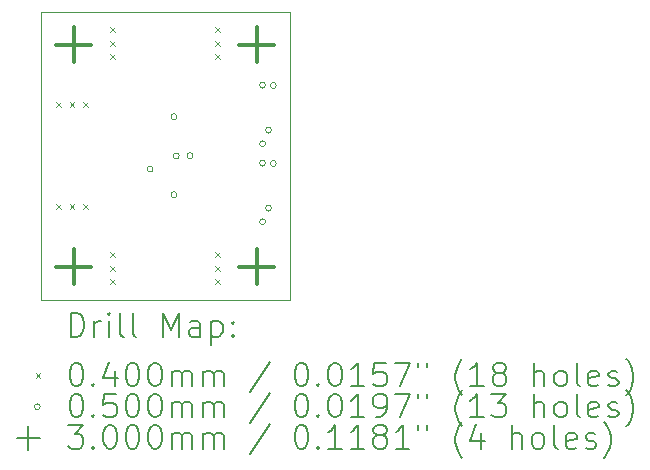
<source format=gbr>
%TF.GenerationSoftware,KiCad,Pcbnew,(6.0.9)*%
%TF.CreationDate,2022-12-03T14:05:31+01:00*%
%TF.ProjectId,rf_phase_shifter_2_45GHz,72665f70-6861-4736-955f-736869667465,1.0.0*%
%TF.SameCoordinates,Original*%
%TF.FileFunction,Drillmap*%
%TF.FilePolarity,Positive*%
%FSLAX45Y45*%
G04 Gerber Fmt 4.5, Leading zero omitted, Abs format (unit mm)*
G04 Created by KiCad (PCBNEW (6.0.9)) date 2022-12-03 14:05:31*
%MOMM*%
%LPD*%
G01*
G04 APERTURE LIST*
%ADD10C,0.050000*%
%ADD11C,0.200000*%
%ADD12C,0.040000*%
%ADD13C,0.300000*%
G04 APERTURE END LIST*
D10*
X7391400Y-6934200D02*
X9499600Y-6934200D01*
X7391400Y-4495800D02*
X7391400Y-6934200D01*
X9499600Y-4495800D02*
X7391400Y-4495800D01*
X9499600Y-6934200D02*
X9499600Y-4495800D01*
D11*
D12*
X7523800Y-5263200D02*
X7563800Y-5303200D01*
X7563800Y-5263200D02*
X7523800Y-5303200D01*
X7523800Y-6126800D02*
X7563800Y-6166800D01*
X7563800Y-6126800D02*
X7523800Y-6166800D01*
X7638100Y-5263200D02*
X7678100Y-5303200D01*
X7678100Y-5263200D02*
X7638100Y-5303200D01*
X7638100Y-6126800D02*
X7678100Y-6166800D01*
X7678100Y-6126800D02*
X7638100Y-6166800D01*
X7752400Y-5263200D02*
X7792400Y-5303200D01*
X7792400Y-5263200D02*
X7752400Y-5303200D01*
X7752400Y-6126800D02*
X7792400Y-6166800D01*
X7792400Y-6126800D02*
X7752400Y-6166800D01*
X7981000Y-4628200D02*
X8021000Y-4668200D01*
X8021000Y-4628200D02*
X7981000Y-4668200D01*
X7981000Y-4742500D02*
X8021000Y-4782500D01*
X8021000Y-4742500D02*
X7981000Y-4782500D01*
X7981000Y-4856800D02*
X8021000Y-4896800D01*
X8021000Y-4856800D02*
X7981000Y-4896800D01*
X7981000Y-6533200D02*
X8021000Y-6573200D01*
X8021000Y-6533200D02*
X7981000Y-6573200D01*
X7981000Y-6647500D02*
X8021000Y-6687500D01*
X8021000Y-6647500D02*
X7981000Y-6687500D01*
X7981000Y-6761800D02*
X8021000Y-6801800D01*
X8021000Y-6761800D02*
X7981000Y-6801800D01*
X8870000Y-4628200D02*
X8910000Y-4668200D01*
X8910000Y-4628200D02*
X8870000Y-4668200D01*
X8870000Y-4742500D02*
X8910000Y-4782500D01*
X8910000Y-4742500D02*
X8870000Y-4782500D01*
X8870000Y-4856800D02*
X8910000Y-4896800D01*
X8910000Y-4856800D02*
X8870000Y-4896800D01*
X8870000Y-6533200D02*
X8910000Y-6573200D01*
X8910000Y-6533200D02*
X8870000Y-6573200D01*
X8870000Y-6647500D02*
X8910000Y-6687500D01*
X8910000Y-6647500D02*
X8870000Y-6687500D01*
X8870000Y-6761800D02*
X8910000Y-6801800D01*
X8910000Y-6761800D02*
X8870000Y-6801800D01*
D10*
X8343500Y-5829300D02*
G75*
G03*
X8343500Y-5829300I-25000J0D01*
G01*
X8545460Y-5384800D02*
G75*
G03*
X8545460Y-5384800I-25000J0D01*
G01*
X8545460Y-6045200D02*
G75*
G03*
X8545460Y-6045200I-25000J0D01*
G01*
X8564840Y-5716714D02*
G75*
G03*
X8564840Y-5716714I-25000J0D01*
G01*
X8681320Y-5715000D02*
G75*
G03*
X8681320Y-5715000I-25000J0D01*
G01*
X9296000Y-5118100D02*
G75*
G03*
X9296000Y-5118100I-25000J0D01*
G01*
X9296000Y-5613400D02*
G75*
G03*
X9296000Y-5613400I-25000J0D01*
G01*
X9296000Y-5778500D02*
G75*
G03*
X9296000Y-5778500I-25000J0D01*
G01*
X9296000Y-6273800D02*
G75*
G03*
X9296000Y-6273800I-25000J0D01*
G01*
X9346800Y-5499100D02*
G75*
G03*
X9346800Y-5499100I-25000J0D01*
G01*
X9346800Y-6159500D02*
G75*
G03*
X9346800Y-6159500I-25000J0D01*
G01*
X9387440Y-5120640D02*
G75*
G03*
X9387440Y-5120640I-25000J0D01*
G01*
X9387440Y-5781040D02*
G75*
G03*
X9387440Y-5781040I-25000J0D01*
G01*
D13*
X7670800Y-4625200D02*
X7670800Y-4925200D01*
X7520800Y-4775200D02*
X7820800Y-4775200D01*
X7670800Y-6504800D02*
X7670800Y-6804800D01*
X7520800Y-6654800D02*
X7820800Y-6654800D01*
X9220200Y-4625200D02*
X9220200Y-4925200D01*
X9070200Y-4775200D02*
X9370200Y-4775200D01*
X9220200Y-6504800D02*
X9220200Y-6804800D01*
X9070200Y-6654800D02*
X9370200Y-6654800D01*
D11*
X7646519Y-7247176D02*
X7646519Y-7047176D01*
X7694138Y-7047176D01*
X7722709Y-7056700D01*
X7741757Y-7075748D01*
X7751281Y-7094795D01*
X7760805Y-7132890D01*
X7760805Y-7161462D01*
X7751281Y-7199557D01*
X7741757Y-7218605D01*
X7722709Y-7237652D01*
X7694138Y-7247176D01*
X7646519Y-7247176D01*
X7846519Y-7247176D02*
X7846519Y-7113843D01*
X7846519Y-7151938D02*
X7856043Y-7132890D01*
X7865567Y-7123367D01*
X7884614Y-7113843D01*
X7903662Y-7113843D01*
X7970328Y-7247176D02*
X7970328Y-7113843D01*
X7970328Y-7047176D02*
X7960805Y-7056700D01*
X7970328Y-7066224D01*
X7979852Y-7056700D01*
X7970328Y-7047176D01*
X7970328Y-7066224D01*
X8094138Y-7247176D02*
X8075090Y-7237652D01*
X8065567Y-7218605D01*
X8065567Y-7047176D01*
X8198900Y-7247176D02*
X8179852Y-7237652D01*
X8170328Y-7218605D01*
X8170328Y-7047176D01*
X8427471Y-7247176D02*
X8427471Y-7047176D01*
X8494138Y-7190033D01*
X8560805Y-7047176D01*
X8560805Y-7247176D01*
X8741757Y-7247176D02*
X8741757Y-7142414D01*
X8732233Y-7123367D01*
X8713186Y-7113843D01*
X8675090Y-7113843D01*
X8656043Y-7123367D01*
X8741757Y-7237652D02*
X8722710Y-7247176D01*
X8675090Y-7247176D01*
X8656043Y-7237652D01*
X8646519Y-7218605D01*
X8646519Y-7199557D01*
X8656043Y-7180509D01*
X8675090Y-7170986D01*
X8722710Y-7170986D01*
X8741757Y-7161462D01*
X8836995Y-7113843D02*
X8836995Y-7313843D01*
X8836995Y-7123367D02*
X8856043Y-7113843D01*
X8894138Y-7113843D01*
X8913186Y-7123367D01*
X8922710Y-7132890D01*
X8932233Y-7151938D01*
X8932233Y-7209081D01*
X8922710Y-7228128D01*
X8913186Y-7237652D01*
X8894138Y-7247176D01*
X8856043Y-7247176D01*
X8836995Y-7237652D01*
X9017948Y-7228128D02*
X9027471Y-7237652D01*
X9017948Y-7247176D01*
X9008424Y-7237652D01*
X9017948Y-7228128D01*
X9017948Y-7247176D01*
X9017948Y-7123367D02*
X9027471Y-7132890D01*
X9017948Y-7142414D01*
X9008424Y-7132890D01*
X9017948Y-7123367D01*
X9017948Y-7142414D01*
D12*
X7348900Y-7556700D02*
X7388900Y-7596700D01*
X7388900Y-7556700D02*
X7348900Y-7596700D01*
D11*
X7684614Y-7467176D02*
X7703662Y-7467176D01*
X7722709Y-7476700D01*
X7732233Y-7486224D01*
X7741757Y-7505271D01*
X7751281Y-7543367D01*
X7751281Y-7590986D01*
X7741757Y-7629081D01*
X7732233Y-7648128D01*
X7722709Y-7657652D01*
X7703662Y-7667176D01*
X7684614Y-7667176D01*
X7665567Y-7657652D01*
X7656043Y-7648128D01*
X7646519Y-7629081D01*
X7636995Y-7590986D01*
X7636995Y-7543367D01*
X7646519Y-7505271D01*
X7656043Y-7486224D01*
X7665567Y-7476700D01*
X7684614Y-7467176D01*
X7836995Y-7648128D02*
X7846519Y-7657652D01*
X7836995Y-7667176D01*
X7827471Y-7657652D01*
X7836995Y-7648128D01*
X7836995Y-7667176D01*
X8017948Y-7533843D02*
X8017948Y-7667176D01*
X7970328Y-7457652D02*
X7922709Y-7600509D01*
X8046519Y-7600509D01*
X8160805Y-7467176D02*
X8179852Y-7467176D01*
X8198900Y-7476700D01*
X8208424Y-7486224D01*
X8217948Y-7505271D01*
X8227471Y-7543367D01*
X8227471Y-7590986D01*
X8217948Y-7629081D01*
X8208424Y-7648128D01*
X8198900Y-7657652D01*
X8179852Y-7667176D01*
X8160805Y-7667176D01*
X8141757Y-7657652D01*
X8132233Y-7648128D01*
X8122709Y-7629081D01*
X8113186Y-7590986D01*
X8113186Y-7543367D01*
X8122709Y-7505271D01*
X8132233Y-7486224D01*
X8141757Y-7476700D01*
X8160805Y-7467176D01*
X8351281Y-7467176D02*
X8370328Y-7467176D01*
X8389376Y-7476700D01*
X8398900Y-7486224D01*
X8408424Y-7505271D01*
X8417948Y-7543367D01*
X8417948Y-7590986D01*
X8408424Y-7629081D01*
X8398900Y-7648128D01*
X8389376Y-7657652D01*
X8370328Y-7667176D01*
X8351281Y-7667176D01*
X8332233Y-7657652D01*
X8322709Y-7648128D01*
X8313186Y-7629081D01*
X8303662Y-7590986D01*
X8303662Y-7543367D01*
X8313186Y-7505271D01*
X8322709Y-7486224D01*
X8332233Y-7476700D01*
X8351281Y-7467176D01*
X8503662Y-7667176D02*
X8503662Y-7533843D01*
X8503662Y-7552890D02*
X8513186Y-7543367D01*
X8532233Y-7533843D01*
X8560805Y-7533843D01*
X8579852Y-7543367D01*
X8589376Y-7562414D01*
X8589376Y-7667176D01*
X8589376Y-7562414D02*
X8598900Y-7543367D01*
X8617948Y-7533843D01*
X8646519Y-7533843D01*
X8665567Y-7543367D01*
X8675090Y-7562414D01*
X8675090Y-7667176D01*
X8770329Y-7667176D02*
X8770329Y-7533843D01*
X8770329Y-7552890D02*
X8779852Y-7543367D01*
X8798900Y-7533843D01*
X8827471Y-7533843D01*
X8846519Y-7543367D01*
X8856043Y-7562414D01*
X8856043Y-7667176D01*
X8856043Y-7562414D02*
X8865567Y-7543367D01*
X8884614Y-7533843D01*
X8913186Y-7533843D01*
X8932233Y-7543367D01*
X8941757Y-7562414D01*
X8941757Y-7667176D01*
X9332233Y-7457652D02*
X9160805Y-7714795D01*
X9589376Y-7467176D02*
X9608424Y-7467176D01*
X9627471Y-7476700D01*
X9636995Y-7486224D01*
X9646519Y-7505271D01*
X9656043Y-7543367D01*
X9656043Y-7590986D01*
X9646519Y-7629081D01*
X9636995Y-7648128D01*
X9627471Y-7657652D01*
X9608424Y-7667176D01*
X9589376Y-7667176D01*
X9570329Y-7657652D01*
X9560805Y-7648128D01*
X9551281Y-7629081D01*
X9541757Y-7590986D01*
X9541757Y-7543367D01*
X9551281Y-7505271D01*
X9560805Y-7486224D01*
X9570329Y-7476700D01*
X9589376Y-7467176D01*
X9741757Y-7648128D02*
X9751281Y-7657652D01*
X9741757Y-7667176D01*
X9732233Y-7657652D01*
X9741757Y-7648128D01*
X9741757Y-7667176D01*
X9875090Y-7467176D02*
X9894138Y-7467176D01*
X9913186Y-7476700D01*
X9922710Y-7486224D01*
X9932233Y-7505271D01*
X9941757Y-7543367D01*
X9941757Y-7590986D01*
X9932233Y-7629081D01*
X9922710Y-7648128D01*
X9913186Y-7657652D01*
X9894138Y-7667176D01*
X9875090Y-7667176D01*
X9856043Y-7657652D01*
X9846519Y-7648128D01*
X9836995Y-7629081D01*
X9827471Y-7590986D01*
X9827471Y-7543367D01*
X9836995Y-7505271D01*
X9846519Y-7486224D01*
X9856043Y-7476700D01*
X9875090Y-7467176D01*
X10132233Y-7667176D02*
X10017948Y-7667176D01*
X10075090Y-7667176D02*
X10075090Y-7467176D01*
X10056043Y-7495748D01*
X10036995Y-7514795D01*
X10017948Y-7524319D01*
X10313186Y-7467176D02*
X10217948Y-7467176D01*
X10208424Y-7562414D01*
X10217948Y-7552890D01*
X10236995Y-7543367D01*
X10284614Y-7543367D01*
X10303662Y-7552890D01*
X10313186Y-7562414D01*
X10322710Y-7581462D01*
X10322710Y-7629081D01*
X10313186Y-7648128D01*
X10303662Y-7657652D01*
X10284614Y-7667176D01*
X10236995Y-7667176D01*
X10217948Y-7657652D01*
X10208424Y-7648128D01*
X10389376Y-7467176D02*
X10522710Y-7467176D01*
X10436995Y-7667176D01*
X10589376Y-7467176D02*
X10589376Y-7505271D01*
X10665567Y-7467176D02*
X10665567Y-7505271D01*
X10960805Y-7743367D02*
X10951281Y-7733843D01*
X10932233Y-7705271D01*
X10922710Y-7686224D01*
X10913186Y-7657652D01*
X10903662Y-7610033D01*
X10903662Y-7571938D01*
X10913186Y-7524319D01*
X10922710Y-7495748D01*
X10932233Y-7476700D01*
X10951281Y-7448128D01*
X10960805Y-7438605D01*
X11141757Y-7667176D02*
X11027471Y-7667176D01*
X11084614Y-7667176D02*
X11084614Y-7467176D01*
X11065567Y-7495748D01*
X11046519Y-7514795D01*
X11027471Y-7524319D01*
X11256043Y-7552890D02*
X11236995Y-7543367D01*
X11227471Y-7533843D01*
X11217948Y-7514795D01*
X11217948Y-7505271D01*
X11227471Y-7486224D01*
X11236995Y-7476700D01*
X11256043Y-7467176D01*
X11294138Y-7467176D01*
X11313186Y-7476700D01*
X11322709Y-7486224D01*
X11332233Y-7505271D01*
X11332233Y-7514795D01*
X11322709Y-7533843D01*
X11313186Y-7543367D01*
X11294138Y-7552890D01*
X11256043Y-7552890D01*
X11236995Y-7562414D01*
X11227471Y-7571938D01*
X11217948Y-7590986D01*
X11217948Y-7629081D01*
X11227471Y-7648128D01*
X11236995Y-7657652D01*
X11256043Y-7667176D01*
X11294138Y-7667176D01*
X11313186Y-7657652D01*
X11322709Y-7648128D01*
X11332233Y-7629081D01*
X11332233Y-7590986D01*
X11322709Y-7571938D01*
X11313186Y-7562414D01*
X11294138Y-7552890D01*
X11570328Y-7667176D02*
X11570328Y-7467176D01*
X11656043Y-7667176D02*
X11656043Y-7562414D01*
X11646519Y-7543367D01*
X11627471Y-7533843D01*
X11598900Y-7533843D01*
X11579852Y-7543367D01*
X11570328Y-7552890D01*
X11779852Y-7667176D02*
X11760805Y-7657652D01*
X11751281Y-7648128D01*
X11741757Y-7629081D01*
X11741757Y-7571938D01*
X11751281Y-7552890D01*
X11760805Y-7543367D01*
X11779852Y-7533843D01*
X11808424Y-7533843D01*
X11827471Y-7543367D01*
X11836995Y-7552890D01*
X11846519Y-7571938D01*
X11846519Y-7629081D01*
X11836995Y-7648128D01*
X11827471Y-7657652D01*
X11808424Y-7667176D01*
X11779852Y-7667176D01*
X11960805Y-7667176D02*
X11941757Y-7657652D01*
X11932233Y-7638605D01*
X11932233Y-7467176D01*
X12113186Y-7657652D02*
X12094138Y-7667176D01*
X12056043Y-7667176D01*
X12036995Y-7657652D01*
X12027471Y-7638605D01*
X12027471Y-7562414D01*
X12036995Y-7543367D01*
X12056043Y-7533843D01*
X12094138Y-7533843D01*
X12113186Y-7543367D01*
X12122709Y-7562414D01*
X12122709Y-7581462D01*
X12027471Y-7600509D01*
X12198900Y-7657652D02*
X12217948Y-7667176D01*
X12256043Y-7667176D01*
X12275090Y-7657652D01*
X12284614Y-7638605D01*
X12284614Y-7629081D01*
X12275090Y-7610033D01*
X12256043Y-7600509D01*
X12227471Y-7600509D01*
X12208424Y-7590986D01*
X12198900Y-7571938D01*
X12198900Y-7562414D01*
X12208424Y-7543367D01*
X12227471Y-7533843D01*
X12256043Y-7533843D01*
X12275090Y-7543367D01*
X12351281Y-7743367D02*
X12360805Y-7733843D01*
X12379852Y-7705271D01*
X12389376Y-7686224D01*
X12398900Y-7657652D01*
X12408424Y-7610033D01*
X12408424Y-7571938D01*
X12398900Y-7524319D01*
X12389376Y-7495748D01*
X12379852Y-7476700D01*
X12360805Y-7448128D01*
X12351281Y-7438605D01*
D10*
X7388900Y-7840700D02*
G75*
G03*
X7388900Y-7840700I-25000J0D01*
G01*
D11*
X7684614Y-7731176D02*
X7703662Y-7731176D01*
X7722709Y-7740700D01*
X7732233Y-7750224D01*
X7741757Y-7769271D01*
X7751281Y-7807367D01*
X7751281Y-7854986D01*
X7741757Y-7893081D01*
X7732233Y-7912128D01*
X7722709Y-7921652D01*
X7703662Y-7931176D01*
X7684614Y-7931176D01*
X7665567Y-7921652D01*
X7656043Y-7912128D01*
X7646519Y-7893081D01*
X7636995Y-7854986D01*
X7636995Y-7807367D01*
X7646519Y-7769271D01*
X7656043Y-7750224D01*
X7665567Y-7740700D01*
X7684614Y-7731176D01*
X7836995Y-7912128D02*
X7846519Y-7921652D01*
X7836995Y-7931176D01*
X7827471Y-7921652D01*
X7836995Y-7912128D01*
X7836995Y-7931176D01*
X8027471Y-7731176D02*
X7932233Y-7731176D01*
X7922709Y-7826414D01*
X7932233Y-7816890D01*
X7951281Y-7807367D01*
X7998900Y-7807367D01*
X8017948Y-7816890D01*
X8027471Y-7826414D01*
X8036995Y-7845462D01*
X8036995Y-7893081D01*
X8027471Y-7912128D01*
X8017948Y-7921652D01*
X7998900Y-7931176D01*
X7951281Y-7931176D01*
X7932233Y-7921652D01*
X7922709Y-7912128D01*
X8160805Y-7731176D02*
X8179852Y-7731176D01*
X8198900Y-7740700D01*
X8208424Y-7750224D01*
X8217948Y-7769271D01*
X8227471Y-7807367D01*
X8227471Y-7854986D01*
X8217948Y-7893081D01*
X8208424Y-7912128D01*
X8198900Y-7921652D01*
X8179852Y-7931176D01*
X8160805Y-7931176D01*
X8141757Y-7921652D01*
X8132233Y-7912128D01*
X8122709Y-7893081D01*
X8113186Y-7854986D01*
X8113186Y-7807367D01*
X8122709Y-7769271D01*
X8132233Y-7750224D01*
X8141757Y-7740700D01*
X8160805Y-7731176D01*
X8351281Y-7731176D02*
X8370328Y-7731176D01*
X8389376Y-7740700D01*
X8398900Y-7750224D01*
X8408424Y-7769271D01*
X8417948Y-7807367D01*
X8417948Y-7854986D01*
X8408424Y-7893081D01*
X8398900Y-7912128D01*
X8389376Y-7921652D01*
X8370328Y-7931176D01*
X8351281Y-7931176D01*
X8332233Y-7921652D01*
X8322709Y-7912128D01*
X8313186Y-7893081D01*
X8303662Y-7854986D01*
X8303662Y-7807367D01*
X8313186Y-7769271D01*
X8322709Y-7750224D01*
X8332233Y-7740700D01*
X8351281Y-7731176D01*
X8503662Y-7931176D02*
X8503662Y-7797843D01*
X8503662Y-7816890D02*
X8513186Y-7807367D01*
X8532233Y-7797843D01*
X8560805Y-7797843D01*
X8579852Y-7807367D01*
X8589376Y-7826414D01*
X8589376Y-7931176D01*
X8589376Y-7826414D02*
X8598900Y-7807367D01*
X8617948Y-7797843D01*
X8646519Y-7797843D01*
X8665567Y-7807367D01*
X8675090Y-7826414D01*
X8675090Y-7931176D01*
X8770329Y-7931176D02*
X8770329Y-7797843D01*
X8770329Y-7816890D02*
X8779852Y-7807367D01*
X8798900Y-7797843D01*
X8827471Y-7797843D01*
X8846519Y-7807367D01*
X8856043Y-7826414D01*
X8856043Y-7931176D01*
X8856043Y-7826414D02*
X8865567Y-7807367D01*
X8884614Y-7797843D01*
X8913186Y-7797843D01*
X8932233Y-7807367D01*
X8941757Y-7826414D01*
X8941757Y-7931176D01*
X9332233Y-7721652D02*
X9160805Y-7978795D01*
X9589376Y-7731176D02*
X9608424Y-7731176D01*
X9627471Y-7740700D01*
X9636995Y-7750224D01*
X9646519Y-7769271D01*
X9656043Y-7807367D01*
X9656043Y-7854986D01*
X9646519Y-7893081D01*
X9636995Y-7912128D01*
X9627471Y-7921652D01*
X9608424Y-7931176D01*
X9589376Y-7931176D01*
X9570329Y-7921652D01*
X9560805Y-7912128D01*
X9551281Y-7893081D01*
X9541757Y-7854986D01*
X9541757Y-7807367D01*
X9551281Y-7769271D01*
X9560805Y-7750224D01*
X9570329Y-7740700D01*
X9589376Y-7731176D01*
X9741757Y-7912128D02*
X9751281Y-7921652D01*
X9741757Y-7931176D01*
X9732233Y-7921652D01*
X9741757Y-7912128D01*
X9741757Y-7931176D01*
X9875090Y-7731176D02*
X9894138Y-7731176D01*
X9913186Y-7740700D01*
X9922710Y-7750224D01*
X9932233Y-7769271D01*
X9941757Y-7807367D01*
X9941757Y-7854986D01*
X9932233Y-7893081D01*
X9922710Y-7912128D01*
X9913186Y-7921652D01*
X9894138Y-7931176D01*
X9875090Y-7931176D01*
X9856043Y-7921652D01*
X9846519Y-7912128D01*
X9836995Y-7893081D01*
X9827471Y-7854986D01*
X9827471Y-7807367D01*
X9836995Y-7769271D01*
X9846519Y-7750224D01*
X9856043Y-7740700D01*
X9875090Y-7731176D01*
X10132233Y-7931176D02*
X10017948Y-7931176D01*
X10075090Y-7931176D02*
X10075090Y-7731176D01*
X10056043Y-7759748D01*
X10036995Y-7778795D01*
X10017948Y-7788319D01*
X10227471Y-7931176D02*
X10265567Y-7931176D01*
X10284614Y-7921652D01*
X10294138Y-7912128D01*
X10313186Y-7883557D01*
X10322710Y-7845462D01*
X10322710Y-7769271D01*
X10313186Y-7750224D01*
X10303662Y-7740700D01*
X10284614Y-7731176D01*
X10246519Y-7731176D01*
X10227471Y-7740700D01*
X10217948Y-7750224D01*
X10208424Y-7769271D01*
X10208424Y-7816890D01*
X10217948Y-7835938D01*
X10227471Y-7845462D01*
X10246519Y-7854986D01*
X10284614Y-7854986D01*
X10303662Y-7845462D01*
X10313186Y-7835938D01*
X10322710Y-7816890D01*
X10389376Y-7731176D02*
X10522710Y-7731176D01*
X10436995Y-7931176D01*
X10589376Y-7731176D02*
X10589376Y-7769271D01*
X10665567Y-7731176D02*
X10665567Y-7769271D01*
X10960805Y-8007367D02*
X10951281Y-7997843D01*
X10932233Y-7969271D01*
X10922710Y-7950224D01*
X10913186Y-7921652D01*
X10903662Y-7874033D01*
X10903662Y-7835938D01*
X10913186Y-7788319D01*
X10922710Y-7759748D01*
X10932233Y-7740700D01*
X10951281Y-7712128D01*
X10960805Y-7702605D01*
X11141757Y-7931176D02*
X11027471Y-7931176D01*
X11084614Y-7931176D02*
X11084614Y-7731176D01*
X11065567Y-7759748D01*
X11046519Y-7778795D01*
X11027471Y-7788319D01*
X11208424Y-7731176D02*
X11332233Y-7731176D01*
X11265567Y-7807367D01*
X11294138Y-7807367D01*
X11313186Y-7816890D01*
X11322709Y-7826414D01*
X11332233Y-7845462D01*
X11332233Y-7893081D01*
X11322709Y-7912128D01*
X11313186Y-7921652D01*
X11294138Y-7931176D01*
X11236995Y-7931176D01*
X11217948Y-7921652D01*
X11208424Y-7912128D01*
X11570328Y-7931176D02*
X11570328Y-7731176D01*
X11656043Y-7931176D02*
X11656043Y-7826414D01*
X11646519Y-7807367D01*
X11627471Y-7797843D01*
X11598900Y-7797843D01*
X11579852Y-7807367D01*
X11570328Y-7816890D01*
X11779852Y-7931176D02*
X11760805Y-7921652D01*
X11751281Y-7912128D01*
X11741757Y-7893081D01*
X11741757Y-7835938D01*
X11751281Y-7816890D01*
X11760805Y-7807367D01*
X11779852Y-7797843D01*
X11808424Y-7797843D01*
X11827471Y-7807367D01*
X11836995Y-7816890D01*
X11846519Y-7835938D01*
X11846519Y-7893081D01*
X11836995Y-7912128D01*
X11827471Y-7921652D01*
X11808424Y-7931176D01*
X11779852Y-7931176D01*
X11960805Y-7931176D02*
X11941757Y-7921652D01*
X11932233Y-7902605D01*
X11932233Y-7731176D01*
X12113186Y-7921652D02*
X12094138Y-7931176D01*
X12056043Y-7931176D01*
X12036995Y-7921652D01*
X12027471Y-7902605D01*
X12027471Y-7826414D01*
X12036995Y-7807367D01*
X12056043Y-7797843D01*
X12094138Y-7797843D01*
X12113186Y-7807367D01*
X12122709Y-7826414D01*
X12122709Y-7845462D01*
X12027471Y-7864509D01*
X12198900Y-7921652D02*
X12217948Y-7931176D01*
X12256043Y-7931176D01*
X12275090Y-7921652D01*
X12284614Y-7902605D01*
X12284614Y-7893081D01*
X12275090Y-7874033D01*
X12256043Y-7864509D01*
X12227471Y-7864509D01*
X12208424Y-7854986D01*
X12198900Y-7835938D01*
X12198900Y-7826414D01*
X12208424Y-7807367D01*
X12227471Y-7797843D01*
X12256043Y-7797843D01*
X12275090Y-7807367D01*
X12351281Y-8007367D02*
X12360805Y-7997843D01*
X12379852Y-7969271D01*
X12389376Y-7950224D01*
X12398900Y-7921652D01*
X12408424Y-7874033D01*
X12408424Y-7835938D01*
X12398900Y-7788319D01*
X12389376Y-7759748D01*
X12379852Y-7740700D01*
X12360805Y-7712128D01*
X12351281Y-7702605D01*
X7288900Y-8004700D02*
X7288900Y-8204700D01*
X7188900Y-8104700D02*
X7388900Y-8104700D01*
X7627471Y-7995176D02*
X7751281Y-7995176D01*
X7684614Y-8071367D01*
X7713186Y-8071367D01*
X7732233Y-8080890D01*
X7741757Y-8090414D01*
X7751281Y-8109462D01*
X7751281Y-8157081D01*
X7741757Y-8176128D01*
X7732233Y-8185652D01*
X7713186Y-8195176D01*
X7656043Y-8195176D01*
X7636995Y-8185652D01*
X7627471Y-8176128D01*
X7836995Y-8176128D02*
X7846519Y-8185652D01*
X7836995Y-8195176D01*
X7827471Y-8185652D01*
X7836995Y-8176128D01*
X7836995Y-8195176D01*
X7970328Y-7995176D02*
X7989376Y-7995176D01*
X8008424Y-8004700D01*
X8017948Y-8014224D01*
X8027471Y-8033271D01*
X8036995Y-8071367D01*
X8036995Y-8118986D01*
X8027471Y-8157081D01*
X8017948Y-8176128D01*
X8008424Y-8185652D01*
X7989376Y-8195176D01*
X7970328Y-8195176D01*
X7951281Y-8185652D01*
X7941757Y-8176128D01*
X7932233Y-8157081D01*
X7922709Y-8118986D01*
X7922709Y-8071367D01*
X7932233Y-8033271D01*
X7941757Y-8014224D01*
X7951281Y-8004700D01*
X7970328Y-7995176D01*
X8160805Y-7995176D02*
X8179852Y-7995176D01*
X8198900Y-8004700D01*
X8208424Y-8014224D01*
X8217948Y-8033271D01*
X8227471Y-8071367D01*
X8227471Y-8118986D01*
X8217948Y-8157081D01*
X8208424Y-8176128D01*
X8198900Y-8185652D01*
X8179852Y-8195176D01*
X8160805Y-8195176D01*
X8141757Y-8185652D01*
X8132233Y-8176128D01*
X8122709Y-8157081D01*
X8113186Y-8118986D01*
X8113186Y-8071367D01*
X8122709Y-8033271D01*
X8132233Y-8014224D01*
X8141757Y-8004700D01*
X8160805Y-7995176D01*
X8351281Y-7995176D02*
X8370328Y-7995176D01*
X8389376Y-8004700D01*
X8398900Y-8014224D01*
X8408424Y-8033271D01*
X8417948Y-8071367D01*
X8417948Y-8118986D01*
X8408424Y-8157081D01*
X8398900Y-8176128D01*
X8389376Y-8185652D01*
X8370328Y-8195176D01*
X8351281Y-8195176D01*
X8332233Y-8185652D01*
X8322709Y-8176128D01*
X8313186Y-8157081D01*
X8303662Y-8118986D01*
X8303662Y-8071367D01*
X8313186Y-8033271D01*
X8322709Y-8014224D01*
X8332233Y-8004700D01*
X8351281Y-7995176D01*
X8503662Y-8195176D02*
X8503662Y-8061843D01*
X8503662Y-8080890D02*
X8513186Y-8071367D01*
X8532233Y-8061843D01*
X8560805Y-8061843D01*
X8579852Y-8071367D01*
X8589376Y-8090414D01*
X8589376Y-8195176D01*
X8589376Y-8090414D02*
X8598900Y-8071367D01*
X8617948Y-8061843D01*
X8646519Y-8061843D01*
X8665567Y-8071367D01*
X8675090Y-8090414D01*
X8675090Y-8195176D01*
X8770329Y-8195176D02*
X8770329Y-8061843D01*
X8770329Y-8080890D02*
X8779852Y-8071367D01*
X8798900Y-8061843D01*
X8827471Y-8061843D01*
X8846519Y-8071367D01*
X8856043Y-8090414D01*
X8856043Y-8195176D01*
X8856043Y-8090414D02*
X8865567Y-8071367D01*
X8884614Y-8061843D01*
X8913186Y-8061843D01*
X8932233Y-8071367D01*
X8941757Y-8090414D01*
X8941757Y-8195176D01*
X9332233Y-7985652D02*
X9160805Y-8242795D01*
X9589376Y-7995176D02*
X9608424Y-7995176D01*
X9627471Y-8004700D01*
X9636995Y-8014224D01*
X9646519Y-8033271D01*
X9656043Y-8071367D01*
X9656043Y-8118986D01*
X9646519Y-8157081D01*
X9636995Y-8176128D01*
X9627471Y-8185652D01*
X9608424Y-8195176D01*
X9589376Y-8195176D01*
X9570329Y-8185652D01*
X9560805Y-8176128D01*
X9551281Y-8157081D01*
X9541757Y-8118986D01*
X9541757Y-8071367D01*
X9551281Y-8033271D01*
X9560805Y-8014224D01*
X9570329Y-8004700D01*
X9589376Y-7995176D01*
X9741757Y-8176128D02*
X9751281Y-8185652D01*
X9741757Y-8195176D01*
X9732233Y-8185652D01*
X9741757Y-8176128D01*
X9741757Y-8195176D01*
X9941757Y-8195176D02*
X9827471Y-8195176D01*
X9884614Y-8195176D02*
X9884614Y-7995176D01*
X9865567Y-8023748D01*
X9846519Y-8042795D01*
X9827471Y-8052319D01*
X10132233Y-8195176D02*
X10017948Y-8195176D01*
X10075090Y-8195176D02*
X10075090Y-7995176D01*
X10056043Y-8023748D01*
X10036995Y-8042795D01*
X10017948Y-8052319D01*
X10246519Y-8080890D02*
X10227471Y-8071367D01*
X10217948Y-8061843D01*
X10208424Y-8042795D01*
X10208424Y-8033271D01*
X10217948Y-8014224D01*
X10227471Y-8004700D01*
X10246519Y-7995176D01*
X10284614Y-7995176D01*
X10303662Y-8004700D01*
X10313186Y-8014224D01*
X10322710Y-8033271D01*
X10322710Y-8042795D01*
X10313186Y-8061843D01*
X10303662Y-8071367D01*
X10284614Y-8080890D01*
X10246519Y-8080890D01*
X10227471Y-8090414D01*
X10217948Y-8099938D01*
X10208424Y-8118986D01*
X10208424Y-8157081D01*
X10217948Y-8176128D01*
X10227471Y-8185652D01*
X10246519Y-8195176D01*
X10284614Y-8195176D01*
X10303662Y-8185652D01*
X10313186Y-8176128D01*
X10322710Y-8157081D01*
X10322710Y-8118986D01*
X10313186Y-8099938D01*
X10303662Y-8090414D01*
X10284614Y-8080890D01*
X10513186Y-8195176D02*
X10398900Y-8195176D01*
X10456043Y-8195176D02*
X10456043Y-7995176D01*
X10436995Y-8023748D01*
X10417948Y-8042795D01*
X10398900Y-8052319D01*
X10589376Y-7995176D02*
X10589376Y-8033271D01*
X10665567Y-7995176D02*
X10665567Y-8033271D01*
X10960805Y-8271367D02*
X10951281Y-8261843D01*
X10932233Y-8233271D01*
X10922710Y-8214224D01*
X10913186Y-8185652D01*
X10903662Y-8138033D01*
X10903662Y-8099938D01*
X10913186Y-8052319D01*
X10922710Y-8023748D01*
X10932233Y-8004700D01*
X10951281Y-7976128D01*
X10960805Y-7966605D01*
X11122710Y-8061843D02*
X11122710Y-8195176D01*
X11075090Y-7985652D02*
X11027471Y-8128509D01*
X11151281Y-8128509D01*
X11379852Y-8195176D02*
X11379852Y-7995176D01*
X11465567Y-8195176D02*
X11465567Y-8090414D01*
X11456043Y-8071367D01*
X11436995Y-8061843D01*
X11408424Y-8061843D01*
X11389376Y-8071367D01*
X11379852Y-8080890D01*
X11589376Y-8195176D02*
X11570328Y-8185652D01*
X11560805Y-8176128D01*
X11551281Y-8157081D01*
X11551281Y-8099938D01*
X11560805Y-8080890D01*
X11570328Y-8071367D01*
X11589376Y-8061843D01*
X11617948Y-8061843D01*
X11636995Y-8071367D01*
X11646519Y-8080890D01*
X11656043Y-8099938D01*
X11656043Y-8157081D01*
X11646519Y-8176128D01*
X11636995Y-8185652D01*
X11617948Y-8195176D01*
X11589376Y-8195176D01*
X11770328Y-8195176D02*
X11751281Y-8185652D01*
X11741757Y-8166605D01*
X11741757Y-7995176D01*
X11922709Y-8185652D02*
X11903662Y-8195176D01*
X11865567Y-8195176D01*
X11846519Y-8185652D01*
X11836995Y-8166605D01*
X11836995Y-8090414D01*
X11846519Y-8071367D01*
X11865567Y-8061843D01*
X11903662Y-8061843D01*
X11922709Y-8071367D01*
X11932233Y-8090414D01*
X11932233Y-8109462D01*
X11836995Y-8128509D01*
X12008424Y-8185652D02*
X12027471Y-8195176D01*
X12065567Y-8195176D01*
X12084614Y-8185652D01*
X12094138Y-8166605D01*
X12094138Y-8157081D01*
X12084614Y-8138033D01*
X12065567Y-8128509D01*
X12036995Y-8128509D01*
X12017948Y-8118986D01*
X12008424Y-8099938D01*
X12008424Y-8090414D01*
X12017948Y-8071367D01*
X12036995Y-8061843D01*
X12065567Y-8061843D01*
X12084614Y-8071367D01*
X12160805Y-8271367D02*
X12170328Y-8261843D01*
X12189376Y-8233271D01*
X12198900Y-8214224D01*
X12208424Y-8185652D01*
X12217948Y-8138033D01*
X12217948Y-8099938D01*
X12208424Y-8052319D01*
X12198900Y-8023748D01*
X12189376Y-8004700D01*
X12170328Y-7976128D01*
X12160805Y-7966605D01*
M02*

</source>
